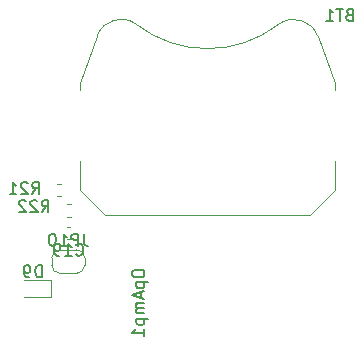
<source format=gbo>
G04 #@! TF.GenerationSoftware,KiCad,Pcbnew,(5.1.4)-1*
G04 #@! TF.CreationDate,2019-12-09T14:47:42+01:00*
G04 #@! TF.ProjectId,teensy4_header_breakout,7465656e-7379-4345-9f68-65616465725f,rev?*
G04 #@! TF.SameCoordinates,Original*
G04 #@! TF.FileFunction,Legend,Bot*
G04 #@! TF.FilePolarity,Positive*
%FSLAX46Y46*%
G04 Gerber Fmt 4.6, Leading zero omitted, Abs format (unit mm)*
G04 Created by KiCad (PCBNEW (5.1.4)-1) date 2019-12-09 14:47:42*
%MOMM*%
%LPD*%
G04 APERTURE LIST*
%ADD10C,0.120000*%
%ADD11C,0.100000*%
%ADD12C,0.150000*%
G04 APERTURE END LIST*
D10*
X129150380Y-96980680D02*
X126865380Y-96980680D01*
X129150380Y-95510680D02*
X129150380Y-96980680D01*
X126865380Y-95510680D02*
X129150380Y-95510680D01*
X130560961Y-89111360D02*
X130886519Y-89111360D01*
X130560961Y-90131360D02*
X130886519Y-90131360D01*
X130007579Y-88394000D02*
X129682021Y-88394000D01*
X130007579Y-87374000D02*
X129682021Y-87374000D01*
X131352760Y-92944440D02*
X129952760Y-92944440D01*
X129252760Y-93644440D02*
X129252760Y-94244440D01*
X129952760Y-94944440D02*
X131352760Y-94944440D01*
X132052760Y-94244440D02*
X132052760Y-93644440D01*
X132052760Y-93644440D02*
G75*
G03X131352760Y-92944440I-700000J0D01*
G01*
X131352760Y-94944440D02*
G75*
G03X132052760Y-94244440I0J700000D01*
G01*
X129252760Y-94244440D02*
G75*
G03X129952760Y-94944440I700000J0D01*
G01*
X129952760Y-92944440D02*
G75*
G03X129252760Y-93644440I0J-700000D01*
G01*
X130510161Y-91041760D02*
X130835719Y-91041760D01*
X130510161Y-92061760D02*
X130835719Y-92061760D01*
D11*
X153215580Y-79428080D02*
X153215580Y-78798080D01*
X153215580Y-87888080D02*
X153215580Y-85428080D01*
X131655580Y-79428080D02*
X131655580Y-78798080D01*
X131655580Y-87888080D02*
X131655580Y-85428080D01*
X151760824Y-74839911D02*
G75*
G03X148435580Y-73878080I-2015244J-738169D01*
G01*
X153215580Y-78798080D02*
X151775580Y-74848080D01*
X151135580Y-89968080D02*
X153215580Y-87888080D01*
X151135580Y-89968080D02*
X133735580Y-89968080D01*
X133735580Y-89968080D02*
X131655580Y-87888080D01*
X131655580Y-78798080D02*
X133095580Y-74848080D01*
X136432226Y-73861550D02*
G75*
G03X133095580Y-74848080I-1306646J-1716530D01*
G01*
X136430979Y-73874544D02*
G75*
G03X148435580Y-73878080I6004601J7806464D01*
G01*
D12*
X128403475Y-95268060D02*
X128403475Y-94268060D01*
X128165380Y-94268060D01*
X128022522Y-94315680D01*
X127927284Y-94410918D01*
X127879665Y-94506156D01*
X127832046Y-94696632D01*
X127832046Y-94839489D01*
X127879665Y-95029965D01*
X127927284Y-95125203D01*
X128022522Y-95220441D01*
X128165380Y-95268060D01*
X128403475Y-95268060D01*
X127355856Y-95268060D02*
X127165380Y-95268060D01*
X127070141Y-95220441D01*
X127022522Y-95172822D01*
X126927284Y-95029965D01*
X126879665Y-94839489D01*
X126879665Y-94458537D01*
X126927284Y-94363299D01*
X126974903Y-94315680D01*
X127070141Y-94268060D01*
X127260618Y-94268060D01*
X127355856Y-94315680D01*
X127403475Y-94363299D01*
X127451094Y-94458537D01*
X127451094Y-94696632D01*
X127403475Y-94791870D01*
X127355856Y-94839489D01*
X127260618Y-94887108D01*
X127070141Y-94887108D01*
X126974903Y-94839489D01*
X126927284Y-94791870D01*
X126879665Y-94696632D01*
X136078980Y-94857891D02*
X136078980Y-95048367D01*
X136126600Y-95143605D01*
X136221838Y-95238843D01*
X136412314Y-95286462D01*
X136745647Y-95286462D01*
X136936123Y-95238843D01*
X137031361Y-95143605D01*
X137078980Y-95048367D01*
X137078980Y-94857891D01*
X137031361Y-94762653D01*
X136936123Y-94667415D01*
X136745647Y-94619796D01*
X136412314Y-94619796D01*
X136221838Y-94667415D01*
X136126600Y-94762653D01*
X136078980Y-94857891D01*
X136412314Y-95715034D02*
X137412314Y-95715034D01*
X136459933Y-95715034D02*
X136412314Y-95810272D01*
X136412314Y-96000748D01*
X136459933Y-96095986D01*
X136507552Y-96143605D01*
X136602790Y-96191224D01*
X136888504Y-96191224D01*
X136983742Y-96143605D01*
X137031361Y-96095986D01*
X137078980Y-96000748D01*
X137078980Y-95810272D01*
X137031361Y-95715034D01*
X136793266Y-96572177D02*
X136793266Y-97048367D01*
X137078980Y-96476939D02*
X136078980Y-96810272D01*
X137078980Y-97143605D01*
X137078980Y-97476939D02*
X136412314Y-97476939D01*
X136507552Y-97476939D02*
X136459933Y-97524558D01*
X136412314Y-97619796D01*
X136412314Y-97762653D01*
X136459933Y-97857891D01*
X136555171Y-97905510D01*
X137078980Y-97905510D01*
X136555171Y-97905510D02*
X136459933Y-97953129D01*
X136412314Y-98048367D01*
X136412314Y-98191224D01*
X136459933Y-98286462D01*
X136555171Y-98334081D01*
X137078980Y-98334081D01*
X136412314Y-98810272D02*
X137412314Y-98810272D01*
X136459933Y-98810272D02*
X136412314Y-98905510D01*
X136412314Y-99095986D01*
X136459933Y-99191224D01*
X136507552Y-99238843D01*
X136602790Y-99286462D01*
X136888504Y-99286462D01*
X136983742Y-99238843D01*
X137031361Y-99191224D01*
X137078980Y-99095986D01*
X137078980Y-98905510D01*
X137031361Y-98810272D01*
X137078980Y-100238843D02*
X137078980Y-99667415D01*
X137078980Y-99953129D02*
X136078980Y-99953129D01*
X136221838Y-99857891D01*
X136317076Y-99762653D01*
X136364695Y-99667415D01*
X128394897Y-89748620D02*
X128728230Y-89272430D01*
X128966325Y-89748620D02*
X128966325Y-88748620D01*
X128585373Y-88748620D01*
X128490135Y-88796240D01*
X128442516Y-88843859D01*
X128394897Y-88939097D01*
X128394897Y-89081954D01*
X128442516Y-89177192D01*
X128490135Y-89224811D01*
X128585373Y-89272430D01*
X128966325Y-89272430D01*
X128013944Y-88843859D02*
X127966325Y-88796240D01*
X127871087Y-88748620D01*
X127632992Y-88748620D01*
X127537754Y-88796240D01*
X127490135Y-88843859D01*
X127442516Y-88939097D01*
X127442516Y-89034335D01*
X127490135Y-89177192D01*
X128061563Y-89748620D01*
X127442516Y-89748620D01*
X127061563Y-88843859D02*
X127013944Y-88796240D01*
X126918706Y-88748620D01*
X126680611Y-88748620D01*
X126585373Y-88796240D01*
X126537754Y-88843859D01*
X126490135Y-88939097D01*
X126490135Y-89034335D01*
X126537754Y-89177192D01*
X127109182Y-89748620D01*
X126490135Y-89748620D01*
X127581997Y-88234780D02*
X127915330Y-87758590D01*
X128153425Y-88234780D02*
X128153425Y-87234780D01*
X127772473Y-87234780D01*
X127677235Y-87282400D01*
X127629616Y-87330019D01*
X127581997Y-87425257D01*
X127581997Y-87568114D01*
X127629616Y-87663352D01*
X127677235Y-87710971D01*
X127772473Y-87758590D01*
X128153425Y-87758590D01*
X127201044Y-87330019D02*
X127153425Y-87282400D01*
X127058187Y-87234780D01*
X126820092Y-87234780D01*
X126724854Y-87282400D01*
X126677235Y-87330019D01*
X126629616Y-87425257D01*
X126629616Y-87520495D01*
X126677235Y-87663352D01*
X127248663Y-88234780D01*
X126629616Y-88234780D01*
X125677235Y-88234780D02*
X126248663Y-88234780D01*
X125962949Y-88234780D02*
X125962949Y-87234780D01*
X126058187Y-87377638D01*
X126153425Y-87472876D01*
X126248663Y-87520495D01*
X131962283Y-91596820D02*
X131962283Y-92311106D01*
X132009902Y-92453963D01*
X132105140Y-92549201D01*
X132247998Y-92596820D01*
X132343236Y-92596820D01*
X131486093Y-92596820D02*
X131486093Y-91596820D01*
X131105140Y-91596820D01*
X131009902Y-91644440D01*
X130962283Y-91692059D01*
X130914664Y-91787297D01*
X130914664Y-91930154D01*
X130962283Y-92025392D01*
X131009902Y-92073011D01*
X131105140Y-92120630D01*
X131486093Y-92120630D01*
X129962283Y-92596820D02*
X130533712Y-92596820D01*
X130247998Y-92596820D02*
X130247998Y-91596820D01*
X130343236Y-91739678D01*
X130438474Y-91834916D01*
X130533712Y-91882535D01*
X129343236Y-91596820D02*
X129247998Y-91596820D01*
X129152760Y-91644440D01*
X129105140Y-91692059D01*
X129057521Y-91787297D01*
X129009902Y-91977773D01*
X129009902Y-92215868D01*
X129057521Y-92406344D01*
X129105140Y-92501582D01*
X129152760Y-92549201D01*
X129247998Y-92596820D01*
X129343236Y-92596820D01*
X129438474Y-92549201D01*
X129486093Y-92501582D01*
X129533712Y-92406344D01*
X129581331Y-92215868D01*
X129581331Y-91977773D01*
X129533712Y-91787297D01*
X129486093Y-91692059D01*
X129438474Y-91644440D01*
X129343236Y-91596820D01*
X131315797Y-93338902D02*
X131363416Y-93386521D01*
X131506273Y-93434140D01*
X131601511Y-93434140D01*
X131744368Y-93386521D01*
X131839606Y-93291283D01*
X131887225Y-93196045D01*
X131934844Y-93005569D01*
X131934844Y-92862712D01*
X131887225Y-92672236D01*
X131839606Y-92576998D01*
X131744368Y-92481760D01*
X131601511Y-92434140D01*
X131506273Y-92434140D01*
X131363416Y-92481760D01*
X131315797Y-92529379D01*
X130363416Y-93434140D02*
X130934844Y-93434140D01*
X130649130Y-93434140D02*
X130649130Y-92434140D01*
X130744368Y-92576998D01*
X130839606Y-92672236D01*
X130934844Y-92719855D01*
X129887225Y-93434140D02*
X129696749Y-93434140D01*
X129601511Y-93386521D01*
X129553892Y-93338902D01*
X129458654Y-93196045D01*
X129411035Y-93005569D01*
X129411035Y-92624617D01*
X129458654Y-92529379D01*
X129506273Y-92481760D01*
X129601511Y-92434140D01*
X129791987Y-92434140D01*
X129887225Y-92481760D01*
X129934844Y-92529379D01*
X129982463Y-92624617D01*
X129982463Y-92862712D01*
X129934844Y-92957950D01*
X129887225Y-93005569D01*
X129791987Y-93053188D01*
X129601511Y-93053188D01*
X129506273Y-93005569D01*
X129458654Y-92957950D01*
X129411035Y-92862712D01*
X154435394Y-73029771D02*
X154292537Y-73077390D01*
X154244918Y-73125009D01*
X154197299Y-73220247D01*
X154197299Y-73363104D01*
X154244918Y-73458342D01*
X154292537Y-73505961D01*
X154387775Y-73553580D01*
X154768727Y-73553580D01*
X154768727Y-72553580D01*
X154435394Y-72553580D01*
X154340156Y-72601200D01*
X154292537Y-72648819D01*
X154244918Y-72744057D01*
X154244918Y-72839295D01*
X154292537Y-72934533D01*
X154340156Y-72982152D01*
X154435394Y-73029771D01*
X154768727Y-73029771D01*
X153911584Y-72553580D02*
X153340156Y-72553580D01*
X153625870Y-73553580D02*
X153625870Y-72553580D01*
X152483013Y-73553580D02*
X153054441Y-73553580D01*
X152768727Y-73553580D02*
X152768727Y-72553580D01*
X152863965Y-72696438D01*
X152959203Y-72791676D01*
X153054441Y-72839295D01*
M02*

</source>
